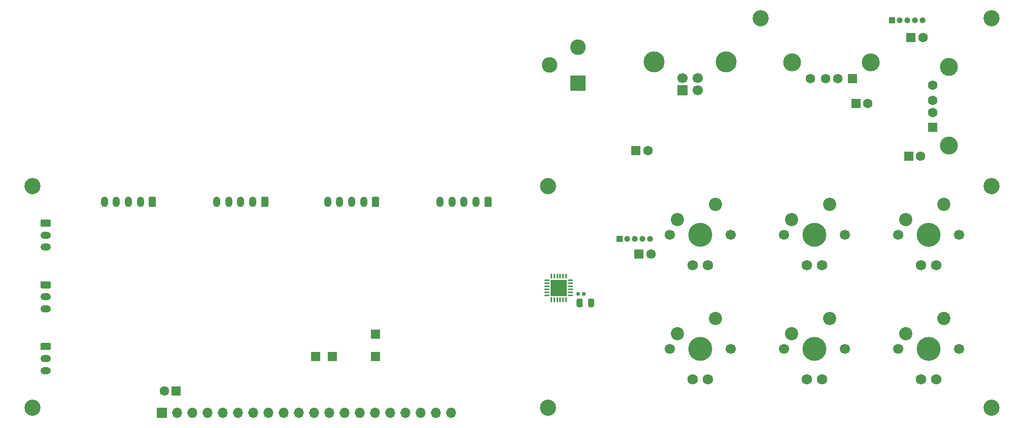
<source format=gbr>
%TF.GenerationSoftware,KiCad,Pcbnew,(5.1.7)-1*%
%TF.CreationDate,2021-03-26T00:16:30-04:00*%
%TF.ProjectId,Console,436f6e73-6f6c-4652-9e6b-696361645f70,rev?*%
%TF.SameCoordinates,Original*%
%TF.FileFunction,Soldermask,Bot*%
%TF.FilePolarity,Negative*%
%FSLAX46Y46*%
G04 Gerber Fmt 4.6, Leading zero omitted, Abs format (unit mm)*
G04 Created by KiCad (PCBNEW (5.1.7)-1) date 2021-03-26 00:16:30*
%MOMM*%
%LPD*%
G01*
G04 APERTURE LIST*
%ADD10R,1.500000X1.500000*%
%ADD11R,2.700000X2.700000*%
%ADD12O,1.750000X1.200000*%
%ADD13C,3.500000*%
%ADD14C,1.700000*%
%ADD15R,1.700000X1.700000*%
%ADD16O,1.200000X1.750000*%
%ADD17C,1.600000*%
%ADD18R,1.600000X1.600000*%
%ADD19R,1.600000X1.500000*%
%ADD20C,3.000000*%
%ADD21R,1.500000X1.600000*%
%ADD22C,2.600000*%
%ADD23R,2.600000X2.600000*%
%ADD24C,2.200000*%
%ADD25C,4.000000*%
%ADD26C,1.750000*%
%ADD27O,1.000000X1.000000*%
%ADD28R,1.000000X1.000000*%
%ADD29C,2.700000*%
%ADD30O,1.700000X1.700000*%
G04 APERTURE END LIST*
D10*
%TO.C,TP10*%
X126250000Y-118500000D03*
%TD*%
%TO.C,TP9*%
X116250000Y-118500000D03*
%TD*%
%TO.C,TP8*%
X119000000Y-118500000D03*
%TD*%
%TO.C,TP4*%
X126250000Y-114750000D03*
%TD*%
%TO.C,C29*%
G36*
G01*
X160800000Y-109025000D02*
X160800000Y-109975000D01*
G75*
G02*
X160550000Y-110225000I-250000J0D01*
G01*
X160050000Y-110225000D01*
G75*
G02*
X159800000Y-109975000I0J250000D01*
G01*
X159800000Y-109025000D01*
G75*
G02*
X160050000Y-108775000I250000J0D01*
G01*
X160550000Y-108775000D01*
G75*
G02*
X160800000Y-109025000I0J-250000D01*
G01*
G37*
G36*
G01*
X162700000Y-109025000D02*
X162700000Y-109975000D01*
G75*
G02*
X162450000Y-110225000I-250000J0D01*
G01*
X161950000Y-110225000D01*
G75*
G02*
X161700000Y-109975000I0J250000D01*
G01*
X161700000Y-109025000D01*
G75*
G02*
X161950000Y-108775000I250000J0D01*
G01*
X162450000Y-108775000D01*
G75*
G02*
X162700000Y-109025000I0J-250000D01*
G01*
G37*
%TD*%
%TO.C,C44*%
G36*
G01*
X160320000Y-107830000D02*
X160320000Y-108170000D01*
G75*
G02*
X160180000Y-108310000I-140000J0D01*
G01*
X159900000Y-108310000D01*
G75*
G02*
X159760000Y-108170000I0J140000D01*
G01*
X159760000Y-107830000D01*
G75*
G02*
X159900000Y-107690000I140000J0D01*
G01*
X160180000Y-107690000D01*
G75*
G02*
X160320000Y-107830000I0J-140000D01*
G01*
G37*
G36*
G01*
X161280000Y-107830000D02*
X161280000Y-108170000D01*
G75*
G02*
X161140000Y-108310000I-140000J0D01*
G01*
X160860000Y-108310000D01*
G75*
G02*
X160720000Y-108170000I0J140000D01*
G01*
X160720000Y-107830000D01*
G75*
G02*
X160860000Y-107690000I140000J0D01*
G01*
X161140000Y-107690000D01*
G75*
G02*
X161280000Y-107830000I0J-140000D01*
G01*
G37*
%TD*%
D11*
%TO.C,U6*%
X156800000Y-107000000D03*
G36*
G01*
X158175000Y-104687500D02*
X158175000Y-105387500D01*
G75*
G02*
X158112500Y-105450000I-62500J0D01*
G01*
X157987500Y-105450000D01*
G75*
G02*
X157925000Y-105387500I0J62500D01*
G01*
X157925000Y-104687500D01*
G75*
G02*
X157987500Y-104625000I62500J0D01*
G01*
X158112500Y-104625000D01*
G75*
G02*
X158175000Y-104687500I0J-62500D01*
G01*
G37*
G36*
G01*
X157675000Y-104687500D02*
X157675000Y-105387500D01*
G75*
G02*
X157612500Y-105450000I-62500J0D01*
G01*
X157487500Y-105450000D01*
G75*
G02*
X157425000Y-105387500I0J62500D01*
G01*
X157425000Y-104687500D01*
G75*
G02*
X157487500Y-104625000I62500J0D01*
G01*
X157612500Y-104625000D01*
G75*
G02*
X157675000Y-104687500I0J-62500D01*
G01*
G37*
G36*
G01*
X157175000Y-104687500D02*
X157175000Y-105387500D01*
G75*
G02*
X157112500Y-105450000I-62500J0D01*
G01*
X156987500Y-105450000D01*
G75*
G02*
X156925000Y-105387500I0J62500D01*
G01*
X156925000Y-104687500D01*
G75*
G02*
X156987500Y-104625000I62500J0D01*
G01*
X157112500Y-104625000D01*
G75*
G02*
X157175000Y-104687500I0J-62500D01*
G01*
G37*
G36*
G01*
X156675000Y-104687500D02*
X156675000Y-105387500D01*
G75*
G02*
X156612500Y-105450000I-62500J0D01*
G01*
X156487500Y-105450000D01*
G75*
G02*
X156425000Y-105387500I0J62500D01*
G01*
X156425000Y-104687500D01*
G75*
G02*
X156487500Y-104625000I62500J0D01*
G01*
X156612500Y-104625000D01*
G75*
G02*
X156675000Y-104687500I0J-62500D01*
G01*
G37*
G36*
G01*
X156175000Y-104687500D02*
X156175000Y-105387500D01*
G75*
G02*
X156112500Y-105450000I-62500J0D01*
G01*
X155987500Y-105450000D01*
G75*
G02*
X155925000Y-105387500I0J62500D01*
G01*
X155925000Y-104687500D01*
G75*
G02*
X155987500Y-104625000I62500J0D01*
G01*
X156112500Y-104625000D01*
G75*
G02*
X156175000Y-104687500I0J-62500D01*
G01*
G37*
G36*
G01*
X155675000Y-104687500D02*
X155675000Y-105387500D01*
G75*
G02*
X155612500Y-105450000I-62500J0D01*
G01*
X155487500Y-105450000D01*
G75*
G02*
X155425000Y-105387500I0J62500D01*
G01*
X155425000Y-104687500D01*
G75*
G02*
X155487500Y-104625000I62500J0D01*
G01*
X155612500Y-104625000D01*
G75*
G02*
X155675000Y-104687500I0J-62500D01*
G01*
G37*
G36*
G01*
X155250000Y-105687500D02*
X155250000Y-105812500D01*
G75*
G02*
X155187500Y-105875000I-62500J0D01*
G01*
X154487500Y-105875000D01*
G75*
G02*
X154425000Y-105812500I0J62500D01*
G01*
X154425000Y-105687500D01*
G75*
G02*
X154487500Y-105625000I62500J0D01*
G01*
X155187500Y-105625000D01*
G75*
G02*
X155250000Y-105687500I0J-62500D01*
G01*
G37*
G36*
G01*
X155250000Y-106187500D02*
X155250000Y-106312500D01*
G75*
G02*
X155187500Y-106375000I-62500J0D01*
G01*
X154487500Y-106375000D01*
G75*
G02*
X154425000Y-106312500I0J62500D01*
G01*
X154425000Y-106187500D01*
G75*
G02*
X154487500Y-106125000I62500J0D01*
G01*
X155187500Y-106125000D01*
G75*
G02*
X155250000Y-106187500I0J-62500D01*
G01*
G37*
G36*
G01*
X155250000Y-106687500D02*
X155250000Y-106812500D01*
G75*
G02*
X155187500Y-106875000I-62500J0D01*
G01*
X154487500Y-106875000D01*
G75*
G02*
X154425000Y-106812500I0J62500D01*
G01*
X154425000Y-106687500D01*
G75*
G02*
X154487500Y-106625000I62500J0D01*
G01*
X155187500Y-106625000D01*
G75*
G02*
X155250000Y-106687500I0J-62500D01*
G01*
G37*
G36*
G01*
X155250000Y-107187500D02*
X155250000Y-107312500D01*
G75*
G02*
X155187500Y-107375000I-62500J0D01*
G01*
X154487500Y-107375000D01*
G75*
G02*
X154425000Y-107312500I0J62500D01*
G01*
X154425000Y-107187500D01*
G75*
G02*
X154487500Y-107125000I62500J0D01*
G01*
X155187500Y-107125000D01*
G75*
G02*
X155250000Y-107187500I0J-62500D01*
G01*
G37*
G36*
G01*
X155250000Y-107687500D02*
X155250000Y-107812500D01*
G75*
G02*
X155187500Y-107875000I-62500J0D01*
G01*
X154487500Y-107875000D01*
G75*
G02*
X154425000Y-107812500I0J62500D01*
G01*
X154425000Y-107687500D01*
G75*
G02*
X154487500Y-107625000I62500J0D01*
G01*
X155187500Y-107625000D01*
G75*
G02*
X155250000Y-107687500I0J-62500D01*
G01*
G37*
G36*
G01*
X155250000Y-108187500D02*
X155250000Y-108312500D01*
G75*
G02*
X155187500Y-108375000I-62500J0D01*
G01*
X154487500Y-108375000D01*
G75*
G02*
X154425000Y-108312500I0J62500D01*
G01*
X154425000Y-108187500D01*
G75*
G02*
X154487500Y-108125000I62500J0D01*
G01*
X155187500Y-108125000D01*
G75*
G02*
X155250000Y-108187500I0J-62500D01*
G01*
G37*
G36*
G01*
X155675000Y-108612500D02*
X155675000Y-109312500D01*
G75*
G02*
X155612500Y-109375000I-62500J0D01*
G01*
X155487500Y-109375000D01*
G75*
G02*
X155425000Y-109312500I0J62500D01*
G01*
X155425000Y-108612500D01*
G75*
G02*
X155487500Y-108550000I62500J0D01*
G01*
X155612500Y-108550000D01*
G75*
G02*
X155675000Y-108612500I0J-62500D01*
G01*
G37*
G36*
G01*
X156175000Y-108612500D02*
X156175000Y-109312500D01*
G75*
G02*
X156112500Y-109375000I-62500J0D01*
G01*
X155987500Y-109375000D01*
G75*
G02*
X155925000Y-109312500I0J62500D01*
G01*
X155925000Y-108612500D01*
G75*
G02*
X155987500Y-108550000I62500J0D01*
G01*
X156112500Y-108550000D01*
G75*
G02*
X156175000Y-108612500I0J-62500D01*
G01*
G37*
G36*
G01*
X156675000Y-108612500D02*
X156675000Y-109312500D01*
G75*
G02*
X156612500Y-109375000I-62500J0D01*
G01*
X156487500Y-109375000D01*
G75*
G02*
X156425000Y-109312500I0J62500D01*
G01*
X156425000Y-108612500D01*
G75*
G02*
X156487500Y-108550000I62500J0D01*
G01*
X156612500Y-108550000D01*
G75*
G02*
X156675000Y-108612500I0J-62500D01*
G01*
G37*
G36*
G01*
X157175000Y-108612500D02*
X157175000Y-109312500D01*
G75*
G02*
X157112500Y-109375000I-62500J0D01*
G01*
X156987500Y-109375000D01*
G75*
G02*
X156925000Y-109312500I0J62500D01*
G01*
X156925000Y-108612500D01*
G75*
G02*
X156987500Y-108550000I62500J0D01*
G01*
X157112500Y-108550000D01*
G75*
G02*
X157175000Y-108612500I0J-62500D01*
G01*
G37*
G36*
G01*
X157675000Y-108612500D02*
X157675000Y-109312500D01*
G75*
G02*
X157612500Y-109375000I-62500J0D01*
G01*
X157487500Y-109375000D01*
G75*
G02*
X157425000Y-109312500I0J62500D01*
G01*
X157425000Y-108612500D01*
G75*
G02*
X157487500Y-108550000I62500J0D01*
G01*
X157612500Y-108550000D01*
G75*
G02*
X157675000Y-108612500I0J-62500D01*
G01*
G37*
G36*
G01*
X158175000Y-108612500D02*
X158175000Y-109312500D01*
G75*
G02*
X158112500Y-109375000I-62500J0D01*
G01*
X157987500Y-109375000D01*
G75*
G02*
X157925000Y-109312500I0J62500D01*
G01*
X157925000Y-108612500D01*
G75*
G02*
X157987500Y-108550000I62500J0D01*
G01*
X158112500Y-108550000D01*
G75*
G02*
X158175000Y-108612500I0J-62500D01*
G01*
G37*
G36*
G01*
X159175000Y-108187500D02*
X159175000Y-108312500D01*
G75*
G02*
X159112500Y-108375000I-62500J0D01*
G01*
X158412500Y-108375000D01*
G75*
G02*
X158350000Y-108312500I0J62500D01*
G01*
X158350000Y-108187500D01*
G75*
G02*
X158412500Y-108125000I62500J0D01*
G01*
X159112500Y-108125000D01*
G75*
G02*
X159175000Y-108187500I0J-62500D01*
G01*
G37*
G36*
G01*
X159175000Y-107687500D02*
X159175000Y-107812500D01*
G75*
G02*
X159112500Y-107875000I-62500J0D01*
G01*
X158412500Y-107875000D01*
G75*
G02*
X158350000Y-107812500I0J62500D01*
G01*
X158350000Y-107687500D01*
G75*
G02*
X158412500Y-107625000I62500J0D01*
G01*
X159112500Y-107625000D01*
G75*
G02*
X159175000Y-107687500I0J-62500D01*
G01*
G37*
G36*
G01*
X159175000Y-107187500D02*
X159175000Y-107312500D01*
G75*
G02*
X159112500Y-107375000I-62500J0D01*
G01*
X158412500Y-107375000D01*
G75*
G02*
X158350000Y-107312500I0J62500D01*
G01*
X158350000Y-107187500D01*
G75*
G02*
X158412500Y-107125000I62500J0D01*
G01*
X159112500Y-107125000D01*
G75*
G02*
X159175000Y-107187500I0J-62500D01*
G01*
G37*
G36*
G01*
X159175000Y-106687500D02*
X159175000Y-106812500D01*
G75*
G02*
X159112500Y-106875000I-62500J0D01*
G01*
X158412500Y-106875000D01*
G75*
G02*
X158350000Y-106812500I0J62500D01*
G01*
X158350000Y-106687500D01*
G75*
G02*
X158412500Y-106625000I62500J0D01*
G01*
X159112500Y-106625000D01*
G75*
G02*
X159175000Y-106687500I0J-62500D01*
G01*
G37*
G36*
G01*
X159175000Y-106187500D02*
X159175000Y-106312500D01*
G75*
G02*
X159112500Y-106375000I-62500J0D01*
G01*
X158412500Y-106375000D01*
G75*
G02*
X158350000Y-106312500I0J62500D01*
G01*
X158350000Y-106187500D01*
G75*
G02*
X158412500Y-106125000I62500J0D01*
G01*
X159112500Y-106125000D01*
G75*
G02*
X159175000Y-106187500I0J-62500D01*
G01*
G37*
G36*
G01*
X159175000Y-105687500D02*
X159175000Y-105812500D01*
G75*
G02*
X159112500Y-105875000I-62500J0D01*
G01*
X158412500Y-105875000D01*
G75*
G02*
X158350000Y-105812500I0J62500D01*
G01*
X158350000Y-105687500D01*
G75*
G02*
X158412500Y-105625000I62500J0D01*
G01*
X159112500Y-105625000D01*
G75*
G02*
X159175000Y-105687500I0J-62500D01*
G01*
G37*
%TD*%
D12*
%TO.C,J9*%
X71200000Y-120800000D03*
X71200000Y-118800000D03*
G36*
G01*
X70574999Y-116200000D02*
X71825001Y-116200000D01*
G75*
G02*
X72075000Y-116449999I0J-249999D01*
G01*
X72075000Y-117150001D01*
G75*
G02*
X71825001Y-117400000I-249999J0D01*
G01*
X70574999Y-117400000D01*
G75*
G02*
X70325000Y-117150001I0J249999D01*
G01*
X70325000Y-116449999D01*
G75*
G02*
X70574999Y-116200000I249999J0D01*
G01*
G37*
%TD*%
%TO.C,J2*%
X71200000Y-110500000D03*
X71200000Y-108500000D03*
G36*
G01*
X70574999Y-105900000D02*
X71825001Y-105900000D01*
G75*
G02*
X72075000Y-106149999I0J-249999D01*
G01*
X72075000Y-106850001D01*
G75*
G02*
X71825001Y-107100000I-249999J0D01*
G01*
X70574999Y-107100000D01*
G75*
G02*
X70325000Y-106850001I0J249999D01*
G01*
X70325000Y-106149999D01*
G75*
G02*
X70574999Y-105900000I249999J0D01*
G01*
G37*
%TD*%
%TO.C,J1*%
X71200000Y-100200000D03*
X71200000Y-98200000D03*
G36*
G01*
X70574999Y-95600000D02*
X71825001Y-95600000D01*
G75*
G02*
X72075000Y-95849999I0J-249999D01*
G01*
X72075000Y-96550001D01*
G75*
G02*
X71825001Y-96800000I-249999J0D01*
G01*
X70574999Y-96800000D01*
G75*
G02*
X70325000Y-96550001I0J249999D01*
G01*
X70325000Y-95849999D01*
G75*
G02*
X70574999Y-95600000I249999J0D01*
G01*
G37*
%TD*%
D13*
%TO.C,J3*%
X184770000Y-69290000D03*
X172730000Y-69290000D03*
D14*
X177500000Y-72000000D03*
X180000000Y-72000000D03*
X180000000Y-74000000D03*
D15*
X177500000Y-74000000D03*
%TD*%
D16*
%TO.C,J13*%
X81000000Y-92650000D03*
X83000000Y-92650000D03*
X85000000Y-92650000D03*
X87000000Y-92650000D03*
G36*
G01*
X89600000Y-92024999D02*
X89600000Y-93275001D01*
G75*
G02*
X89350001Y-93525000I-249999J0D01*
G01*
X88649999Y-93525000D01*
G75*
G02*
X88400000Y-93275001I0J249999D01*
G01*
X88400000Y-92024999D01*
G75*
G02*
X88649999Y-91775000I249999J0D01*
G01*
X89350001Y-91775000D01*
G75*
G02*
X89600000Y-92024999I0J-249999D01*
G01*
G37*
%TD*%
%TO.C,J12*%
X137000000Y-92650000D03*
X139000000Y-92650000D03*
X141000000Y-92650000D03*
X143000000Y-92650000D03*
G36*
G01*
X145600000Y-92024999D02*
X145600000Y-93275001D01*
G75*
G02*
X145350001Y-93525000I-249999J0D01*
G01*
X144649999Y-93525000D01*
G75*
G02*
X144400000Y-93275001I0J249999D01*
G01*
X144400000Y-92024999D01*
G75*
G02*
X144649999Y-91775000I249999J0D01*
G01*
X145350001Y-91775000D01*
G75*
G02*
X145600000Y-92024999I0J-249999D01*
G01*
G37*
%TD*%
%TO.C,J11*%
X118250000Y-92650000D03*
X120250000Y-92650000D03*
X122250000Y-92650000D03*
X124250000Y-92650000D03*
G36*
G01*
X126850000Y-92024999D02*
X126850000Y-93275001D01*
G75*
G02*
X126600001Y-93525000I-249999J0D01*
G01*
X125899999Y-93525000D01*
G75*
G02*
X125650000Y-93275001I0J249999D01*
G01*
X125650000Y-92024999D01*
G75*
G02*
X125899999Y-91775000I249999J0D01*
G01*
X126600001Y-91775000D01*
G75*
G02*
X126850000Y-92024999I0J-249999D01*
G01*
G37*
%TD*%
%TO.C,J10*%
X99750000Y-92650000D03*
X101750000Y-92650000D03*
X103750000Y-92650000D03*
X105750000Y-92650000D03*
G36*
G01*
X108350000Y-92024999D02*
X108350000Y-93275001D01*
G75*
G02*
X108100001Y-93525000I-249999J0D01*
G01*
X107399999Y-93525000D01*
G75*
G02*
X107150000Y-93275001I0J249999D01*
G01*
X107150000Y-92024999D01*
G75*
G02*
X107399999Y-91775000I249999J0D01*
G01*
X108100001Y-91775000D01*
G75*
G02*
X108350000Y-92024999I0J-249999D01*
G01*
G37*
%TD*%
D17*
%TO.C,C43*%
X91000000Y-124200000D03*
D18*
X93000000Y-124200000D03*
%TD*%
D17*
%TO.C,C31*%
X208400000Y-76200000D03*
D18*
X206400000Y-76200000D03*
%TD*%
D17*
%TO.C,C30*%
X217600000Y-65200000D03*
D18*
X215600000Y-65200000D03*
%TD*%
D17*
%TO.C,C25*%
X217200000Y-85000000D03*
D18*
X215200000Y-85000000D03*
%TD*%
D17*
%TO.C,C24*%
X172200000Y-101400000D03*
D18*
X170200000Y-101400000D03*
%TD*%
D17*
%TO.C,C21*%
X171700000Y-84100000D03*
D18*
X169700000Y-84100000D03*
%TD*%
D17*
%TO.C,J7*%
X198833930Y-72100000D03*
X201333930Y-72100000D03*
X203333930Y-72100000D03*
D19*
X205833930Y-72100000D03*
D20*
X195763930Y-69390000D03*
X208903930Y-69390000D03*
%TD*%
D17*
%TO.C,J4*%
X219200000Y-73200000D03*
X219200000Y-75700000D03*
X219200000Y-77700000D03*
D21*
X219200000Y-80200000D03*
D20*
X221910000Y-70130000D03*
X221910000Y-83270000D03*
%TD*%
D22*
%TO.C,J8*%
X155300000Y-69800000D03*
X160000000Y-66800000D03*
D23*
X160000000Y-72800000D03*
%TD*%
D24*
%TO.C,SW5*%
X202020000Y-112120000D03*
X195670000Y-114660000D03*
D25*
X199480000Y-117200000D03*
D14*
X194400000Y-117200000D03*
X204560000Y-117200000D03*
D26*
X198210000Y-122280000D03*
X200750000Y-122280000D03*
%TD*%
D27*
%TO.C,J6*%
X217480000Y-62350000D03*
X216210000Y-62350000D03*
X214940000Y-62350000D03*
X213670000Y-62350000D03*
D28*
X212400000Y-62350000D03*
%TD*%
D27*
%TO.C,J5*%
X172030000Y-98850000D03*
X170760000Y-98850000D03*
X169490000Y-98850000D03*
X168220000Y-98850000D03*
D28*
X166950000Y-98850000D03*
%TD*%
D29*
%TO.C,H8*%
X155000000Y-90000000D03*
%TD*%
%TO.C,H7*%
X229000000Y-90000000D03*
%TD*%
%TO.C,H6*%
X155000000Y-127000000D03*
%TD*%
%TO.C,H5*%
X229000000Y-62000000D03*
%TD*%
%TO.C,H4*%
X229000000Y-127000000D03*
%TD*%
%TO.C,H3*%
X190500000Y-62000000D03*
%TD*%
%TO.C,H2*%
X69000000Y-127000000D03*
%TD*%
%TO.C,H1*%
X69000000Y-90000000D03*
%TD*%
D30*
%TO.C,U10*%
X138810000Y-127850000D03*
X136270000Y-127850000D03*
X133730000Y-127850000D03*
X131190000Y-127850000D03*
X128650000Y-127850000D03*
X126110000Y-127850000D03*
X123570000Y-127850000D03*
X121030000Y-127850000D03*
X118490000Y-127850000D03*
X115950000Y-127850000D03*
X113410000Y-127850000D03*
X110870000Y-127850000D03*
X108330000Y-127850000D03*
X105790000Y-127850000D03*
X103250000Y-127850000D03*
X100710000Y-127850000D03*
X98170000Y-127850000D03*
X95630000Y-127850000D03*
X93090000Y-127850000D03*
D15*
X90550000Y-127850000D03*
%TD*%
D24*
%TO.C,SW6*%
X221070000Y-112120000D03*
X214720000Y-114660000D03*
D25*
X218530000Y-117200000D03*
D14*
X213450000Y-117200000D03*
X223610000Y-117200000D03*
D26*
X217260000Y-122280000D03*
X219800000Y-122280000D03*
%TD*%
D24*
%TO.C,SW4*%
X182970000Y-112120000D03*
X176620000Y-114660000D03*
D25*
X180430000Y-117200000D03*
D14*
X175350000Y-117200000D03*
X185510000Y-117200000D03*
D26*
X179160000Y-122280000D03*
X181700000Y-122280000D03*
%TD*%
D24*
%TO.C,SW3*%
X221070000Y-93070000D03*
X214720000Y-95610000D03*
D25*
X218530000Y-98150000D03*
D14*
X213450000Y-98150000D03*
X223610000Y-98150000D03*
D26*
X217260000Y-103230000D03*
X219800000Y-103230000D03*
%TD*%
D24*
%TO.C,SW2*%
X202020000Y-93070000D03*
X195670000Y-95610000D03*
D25*
X199480000Y-98150000D03*
D14*
X194400000Y-98150000D03*
X204560000Y-98150000D03*
D26*
X198210000Y-103230000D03*
X200750000Y-103230000D03*
%TD*%
D24*
%TO.C,SW1*%
X182970000Y-93070000D03*
X176620000Y-95610000D03*
D25*
X180430000Y-98150000D03*
D14*
X175350000Y-98150000D03*
X185510000Y-98150000D03*
D26*
X179160000Y-103230000D03*
X181700000Y-103230000D03*
%TD*%
M02*

</source>
